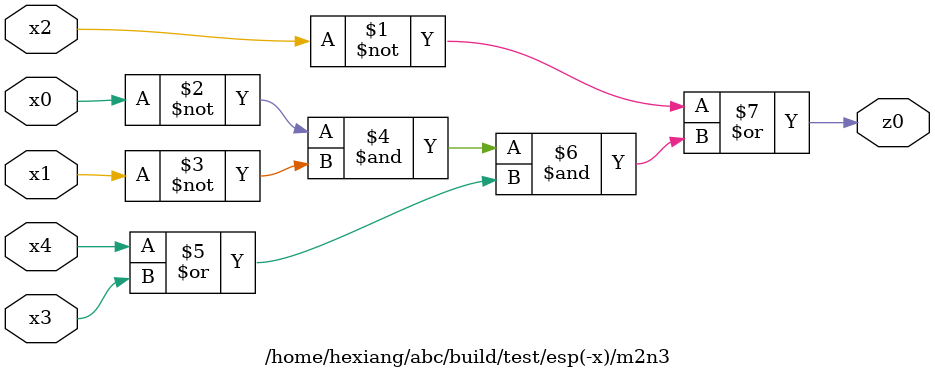
<source format=v>

module \/home/hexiang/abc/build/test/esp(-x)/m2n3  ( 
    x0, x1, x2, x3, x4,
    z0  );
  input  x0, x1, x2, x3, x4;
  output z0;
  assign z0 = ~x2 | (~x0 & ~x1 & (x4 | x3));
endmodule



</source>
